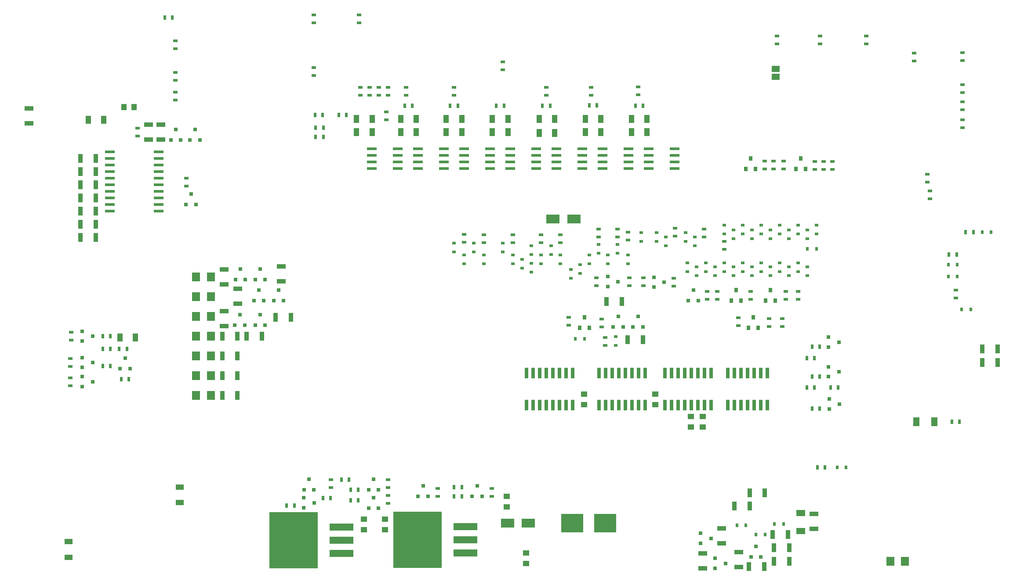
<source format=gtp>
G04 #@! TF.GenerationSoftware,KiCad,Pcbnew,(2017-02-19 revision a416f3a4e)-master*
G04 #@! TF.CreationDate,2017-04-26T11:10:12+02:00*
G04 #@! TF.ProjectId,ardumower mega shield svn,617264756D6F776572206D6567612073,1.3*
G04 #@! TF.FileFunction,Paste,Top*
G04 #@! TF.FilePolarity,Positive*
%FSLAX46Y46*%
G04 Gerber Fmt 4.6, Leading zero omitted, Abs format (unit mm)*
G04 Created by KiCad (PCBNEW (2017-02-19 revision a416f3a4e)-master) date 04/26/17 11:10:12*
%MOMM*%
%LPD*%
G01*
G04 APERTURE LIST*
%ADD10C,0.100000*%
%ADD11R,2.500000X1.800000*%
%ADD12R,1.600200X1.168400*%
%ADD13R,0.800100X0.800100*%
%ADD14R,1.250000X1.000000*%
%ADD15R,1.597660X1.800860*%
%ADD16R,4.191000X3.556000*%
%ADD17R,1.981200X0.558800*%
%ADD18R,1.699260X1.300480*%
%ADD19R,4.600000X1.390000*%
%ADD20R,9.400000X10.800000*%
%ADD21R,0.660400X2.032000*%
%ADD22R,1.300480X1.699260*%
%ADD23R,1.000000X1.250000*%
%ADD24R,1.000000X1.600000*%
%ADD25R,1.600000X1.000000*%
%ADD26R,1.950000X0.600000*%
%ADD27R,0.900000X0.500000*%
%ADD28R,0.500000X0.900000*%
%ADD29R,0.600000X0.800000*%
%ADD30R,0.800000X0.600000*%
%ADD31R,0.800000X0.900000*%
%ADD32R,0.900000X1.700000*%
%ADD33R,1.700000X0.900000*%
G04 APERTURE END LIST*
D10*
D11*
X135477000Y-73914000D03*
X131477000Y-73914000D03*
X122714000Y-132588000D03*
X126714000Y-132588000D03*
D12*
X174371000Y-46482000D03*
X174371000Y-44958000D03*
D13*
X170561000Y-137050780D03*
X171511000Y-139049760D03*
X169611000Y-139049760D03*
D14*
X126238000Y-138319000D03*
X126238000Y-140319000D03*
X99060000Y-131842000D03*
X99060000Y-133842000D03*
X94996000Y-133842000D03*
X94996000Y-131842000D03*
X122555000Y-127397000D03*
X122555000Y-129397000D03*
D15*
X196446140Y-139954000D03*
X199285860Y-139954000D03*
D16*
X135128000Y-132588000D03*
X141478000Y-132588000D03*
D17*
X101523800Y-60325000D03*
X101523800Y-61595000D03*
X101523800Y-62865000D03*
X101523800Y-64135000D03*
X96596200Y-64135000D03*
X96596200Y-62865000D03*
X96596200Y-61595000D03*
X96596200Y-60325000D03*
X110413800Y-60325000D03*
X110413800Y-61595000D03*
X110413800Y-62865000D03*
X110413800Y-64135000D03*
X105486200Y-64135000D03*
X105486200Y-62865000D03*
X105486200Y-61595000D03*
X105486200Y-60325000D03*
X119303800Y-60325000D03*
X119303800Y-61595000D03*
X119303800Y-62865000D03*
X119303800Y-64135000D03*
X114376200Y-64135000D03*
X114376200Y-62865000D03*
X114376200Y-61595000D03*
X114376200Y-60325000D03*
X123266200Y-60325000D03*
X123266200Y-61595000D03*
X123266200Y-62865000D03*
X123266200Y-64135000D03*
X128193800Y-64135000D03*
X128193800Y-62865000D03*
X128193800Y-61595000D03*
X128193800Y-60325000D03*
X137083800Y-60325000D03*
X137083800Y-61595000D03*
X137083800Y-62865000D03*
X137083800Y-64135000D03*
X132156200Y-64135000D03*
X132156200Y-62865000D03*
X132156200Y-61595000D03*
X132156200Y-60325000D03*
X141046200Y-60325000D03*
X141046200Y-61595000D03*
X141046200Y-62865000D03*
X141046200Y-64135000D03*
X145973800Y-64135000D03*
X145973800Y-62865000D03*
X145973800Y-61595000D03*
X145973800Y-60325000D03*
X149936200Y-60325000D03*
X149936200Y-61595000D03*
X149936200Y-62865000D03*
X149936200Y-64135000D03*
X154863800Y-64135000D03*
X154863800Y-62865000D03*
X154863800Y-61595000D03*
X154863800Y-60325000D03*
D13*
X184673240Y-108651000D03*
X184673240Y-110551000D03*
X186672220Y-109601000D03*
X186545220Y-103378000D03*
X184546240Y-104328000D03*
X184546240Y-102428000D03*
X184546240Y-96713000D03*
X184546240Y-98613000D03*
X186545220Y-97663000D03*
X49022000Y-100728780D03*
X49972000Y-102727760D03*
X48072000Y-102727760D03*
X40782240Y-95570000D03*
X40782240Y-97470000D03*
X42781220Y-96520000D03*
X42781220Y-101600000D03*
X40782240Y-102550000D03*
X40782240Y-100650000D03*
X40782240Y-104333000D03*
X40782240Y-106233000D03*
X42781220Y-105283000D03*
D18*
X179197000Y-130583940D03*
X179197000Y-134084060D03*
D19*
X114554000Y-135763000D03*
D20*
X105404000Y-135763000D03*
D19*
X114554000Y-133223000D03*
X114554000Y-138303000D03*
X90678000Y-138430000D03*
X90678000Y-133350000D03*
D20*
X81528000Y-135890000D03*
D19*
X90678000Y-135890000D03*
D15*
X65554860Y-104140000D03*
X62715140Y-104140000D03*
X62715140Y-107950000D03*
X65554860Y-107950000D03*
X65554860Y-96520000D03*
X62715140Y-96520000D03*
X62715140Y-85090000D03*
X65554860Y-85090000D03*
X65554860Y-100330000D03*
X62715140Y-100330000D03*
X62715140Y-88900000D03*
X65554860Y-88900000D03*
X65554860Y-92710000D03*
X62715140Y-92710000D03*
D13*
X161907220Y-135509000D03*
X159908240Y-136459000D03*
X159908240Y-134559000D03*
X162702240Y-139385000D03*
X162702240Y-141285000D03*
X164701220Y-140335000D03*
X61722000Y-69105780D03*
X62672000Y-71104760D03*
X60772000Y-71104760D03*
D21*
X165100000Y-109753400D03*
X166370000Y-109753400D03*
X167640000Y-109753400D03*
X168910000Y-109753400D03*
X170180000Y-109753400D03*
X171450000Y-109753400D03*
X172720000Y-109753400D03*
X172720000Y-103606600D03*
X171450000Y-103606600D03*
X170180000Y-103606600D03*
X168910000Y-103606600D03*
X167640000Y-103606600D03*
X166370000Y-103606600D03*
X165100000Y-103606600D03*
X161925000Y-103606600D03*
X160655000Y-103606600D03*
X159385000Y-103606600D03*
X158115000Y-103606600D03*
X156845000Y-103606600D03*
X155575000Y-103606600D03*
X154305000Y-103606600D03*
X153035000Y-103606600D03*
X153035000Y-109753400D03*
X154305000Y-109753400D03*
X155575000Y-109753400D03*
X156845000Y-109753400D03*
X158115000Y-109753400D03*
X159385000Y-109753400D03*
X160655000Y-109753400D03*
X161925000Y-109753400D03*
X135255000Y-109753400D03*
X133985000Y-109753400D03*
X132715000Y-109753400D03*
X131445000Y-109753400D03*
X130175000Y-109753400D03*
X128905000Y-109753400D03*
X127635000Y-109753400D03*
X126365000Y-109753400D03*
X126365000Y-103606600D03*
X127635000Y-103606600D03*
X128905000Y-103606600D03*
X130175000Y-103606600D03*
X131445000Y-103606600D03*
X132715000Y-103606600D03*
X133985000Y-103606600D03*
X135255000Y-103606600D03*
X149225000Y-103606600D03*
X147955000Y-103606600D03*
X146685000Y-103606600D03*
X145415000Y-103606600D03*
X144145000Y-103606600D03*
X142875000Y-103606600D03*
X141605000Y-103606600D03*
X140335000Y-103606600D03*
X140335000Y-109753400D03*
X141605000Y-109753400D03*
X142875000Y-109753400D03*
X144145000Y-109753400D03*
X145415000Y-109753400D03*
X146685000Y-109753400D03*
X147955000Y-109753400D03*
X149225000Y-109753400D03*
D14*
X160274000Y-114030000D03*
X160274000Y-112030000D03*
X137414000Y-107712000D03*
X137414000Y-109712000D03*
X151130000Y-109712000D03*
X151130000Y-107712000D03*
X157988000Y-112030000D03*
X157988000Y-114030000D03*
D22*
X201449940Y-113030000D03*
X204950060Y-113030000D03*
D23*
X48784000Y-52324000D03*
X50784000Y-52324000D03*
D13*
X75057000Y-92346780D03*
X76007000Y-94345760D03*
X74107000Y-94345760D03*
X70170000Y-94345760D03*
X72070000Y-94345760D03*
X71120000Y-92346780D03*
X78613000Y-87647780D03*
X79563000Y-89646760D03*
X77663000Y-89646760D03*
X73853000Y-89646760D03*
X75753000Y-89646760D03*
X74803000Y-87647780D03*
X75057000Y-83583780D03*
X76007000Y-85582760D03*
X74107000Y-85582760D03*
X70297000Y-85582760D03*
X72197000Y-85582760D03*
X71247000Y-83583780D03*
X143068000Y-94726760D03*
X144968000Y-94726760D03*
X144018000Y-92727780D03*
X147828000Y-92727780D03*
X148778000Y-94726760D03*
X146878000Y-94726760D03*
X57851000Y-58658760D03*
X59751000Y-58658760D03*
X58801000Y-56659780D03*
X62484000Y-56659780D03*
X63434000Y-58658760D03*
X61534000Y-58658760D03*
X95951000Y-126095760D03*
X97851000Y-126095760D03*
X96901000Y-124096780D03*
X96901000Y-127652780D03*
X97851000Y-129651760D03*
X95951000Y-129651760D03*
X83454240Y-127701000D03*
X83454240Y-129601000D03*
X85453220Y-128651000D03*
X84455000Y-124096780D03*
X85405000Y-126095760D03*
X83505000Y-126095760D03*
X115890000Y-127365760D03*
X117790000Y-127365760D03*
X116840000Y-125366780D03*
X106426000Y-125366780D03*
X107376000Y-127365760D03*
X105476000Y-127365760D03*
X152890220Y-86106000D03*
X150891240Y-87056000D03*
X150891240Y-85156000D03*
X158496000Y-87647780D03*
X159446000Y-89646760D03*
X157546000Y-89646760D03*
X144000220Y-85979000D03*
X142001240Y-86929000D03*
X142001240Y-85029000D03*
D24*
X102132000Y-57150000D03*
X105132000Y-57150000D03*
X110895000Y-57150000D03*
X113895000Y-57150000D03*
X122785000Y-57150000D03*
X119785000Y-57150000D03*
X93623000Y-57150000D03*
X96623000Y-57150000D03*
X131802000Y-57277000D03*
X128802000Y-57277000D03*
X137692000Y-57150000D03*
X140692000Y-57150000D03*
X149582000Y-57150000D03*
X146582000Y-57150000D03*
X110895000Y-54610000D03*
X113895000Y-54610000D03*
X119785000Y-54610000D03*
X122785000Y-54610000D03*
X131802000Y-54610000D03*
X128802000Y-54610000D03*
X137692000Y-54610000D03*
X140692000Y-54610000D03*
X149582000Y-54610000D03*
X146582000Y-54610000D03*
X102132000Y-54610000D03*
X105132000Y-54610000D03*
X96623000Y-54610000D03*
X93623000Y-54610000D03*
X51030000Y-96774000D03*
X48030000Y-96774000D03*
D25*
X38100000Y-136168000D03*
X38100000Y-139168000D03*
X59563000Y-125627000D03*
X59563000Y-128627000D03*
D24*
X44934000Y-54737000D03*
X41934000Y-54737000D03*
D26*
X46100000Y-72390000D03*
X46100000Y-71120000D03*
X46100000Y-69850000D03*
X46100000Y-68580000D03*
X46100000Y-67310000D03*
X46100000Y-66040000D03*
X46100000Y-64770000D03*
X46100000Y-63500000D03*
X46100000Y-62230000D03*
X46100000Y-60960000D03*
X55500000Y-60960000D03*
X55500000Y-62230000D03*
X55500000Y-63500000D03*
X55500000Y-64770000D03*
X55500000Y-66040000D03*
X55500000Y-67310000D03*
X55500000Y-68580000D03*
X55500000Y-69850000D03*
X55500000Y-71120000D03*
X55500000Y-72390000D03*
D27*
X145923000Y-76466000D03*
X145923000Y-77966000D03*
X99314000Y-54725000D03*
X99314000Y-53225000D03*
X129159000Y-76974000D03*
X129159000Y-78474000D03*
X85344000Y-44716000D03*
X85344000Y-46216000D03*
X183578500Y-62813500D03*
X183578500Y-64313500D03*
X210312000Y-43295000D03*
X210312000Y-41795000D03*
X123698000Y-78474000D03*
X123698000Y-76974000D03*
X118110000Y-76974000D03*
X118110000Y-78474000D03*
X114300000Y-76847000D03*
X114300000Y-78347000D03*
D28*
X210959000Y-76454000D03*
X212459000Y-76454000D03*
D27*
X209042000Y-89142000D03*
X209042000Y-87642000D03*
X210312000Y-49518000D03*
X210312000Y-48018000D03*
X204089000Y-69965000D03*
X204089000Y-68465000D03*
X201041000Y-41922000D03*
X201041000Y-43422000D03*
X203581000Y-66790000D03*
X203581000Y-65290000D03*
D28*
X87110000Y-53848000D03*
X85610000Y-53848000D03*
D27*
X173926500Y-62750000D03*
X173926500Y-64250000D03*
X58674000Y-49415000D03*
X58674000Y-50915000D03*
D28*
X56654000Y-35052000D03*
X58154000Y-35052000D03*
D27*
X143891000Y-75831000D03*
X143891000Y-77331000D03*
X140208000Y-77331000D03*
X140208000Y-75831000D03*
X154940000Y-77204000D03*
X154940000Y-75704000D03*
X160528000Y-75831000D03*
X160528000Y-77331000D03*
X85344000Y-36056000D03*
X85344000Y-34556000D03*
D28*
X90182000Y-53848000D03*
X91682000Y-53848000D03*
D27*
X51435000Y-57900000D03*
X51435000Y-56400000D03*
X132842000Y-78474000D03*
X132842000Y-76974000D03*
X94107000Y-34556000D03*
X94107000Y-36056000D03*
X139827000Y-86729000D03*
X139827000Y-85229000D03*
X146177000Y-85229000D03*
X146177000Y-86729000D03*
X148844000Y-86729000D03*
X148844000Y-85229000D03*
X154686000Y-86856000D03*
X154686000Y-85356000D03*
X161163000Y-87896000D03*
X161163000Y-89396000D03*
X163068000Y-89396000D03*
X163068000Y-87896000D03*
D28*
X182868000Y-110490000D03*
X181368000Y-110490000D03*
X186424000Y-106426000D03*
X184924000Y-106426000D03*
X181368000Y-104267000D03*
X182868000Y-104267000D03*
D27*
X130175000Y-48526000D03*
X130175000Y-50026000D03*
D28*
X180352000Y-106426000D03*
X181852000Y-106426000D03*
X181368000Y-98552000D03*
X182868000Y-98552000D03*
X180352000Y-100711000D03*
X181852000Y-100711000D03*
X208292000Y-113030000D03*
X209792000Y-113030000D03*
X113907000Y-127381000D03*
X112407000Y-127381000D03*
D27*
X109220000Y-125869000D03*
X109220000Y-127369000D03*
D28*
X113907000Y-125603000D03*
X112407000Y-125603000D03*
D27*
X88646000Y-125718000D03*
X88646000Y-124218000D03*
X99695000Y-124218000D03*
X99695000Y-125718000D03*
X99695000Y-128766000D03*
X99695000Y-127266000D03*
D28*
X93968000Y-128143000D03*
X92468000Y-128143000D03*
X87134000Y-127762000D03*
X88634000Y-127762000D03*
X93968000Y-126111000D03*
X92468000Y-126111000D03*
X81649000Y-129159000D03*
X80149000Y-129159000D03*
X90690000Y-124206000D03*
X92190000Y-124206000D03*
X49772000Y-104775000D03*
X48272000Y-104775000D03*
X44716000Y-102235000D03*
X46216000Y-102235000D03*
D27*
X38608000Y-95770000D03*
X38608000Y-97270000D03*
X38481000Y-100850000D03*
X38481000Y-102350000D03*
X38481000Y-104533000D03*
X38481000Y-106033000D03*
D28*
X46216000Y-96520000D03*
X44716000Y-96520000D03*
X44716000Y-98933000D03*
X46216000Y-98933000D03*
X47891000Y-98933000D03*
X49391000Y-98933000D03*
D27*
X60833000Y-66052000D03*
X60833000Y-67552000D03*
D28*
X85737000Y-58039000D03*
X87237000Y-58039000D03*
X85737000Y-56261000D03*
X87237000Y-56261000D03*
D27*
X164465000Y-79744000D03*
X164465000Y-78244000D03*
D28*
X207720500Y-80772000D03*
X209220500Y-80772000D03*
D29*
X211924000Y-91313000D03*
X210224000Y-91313000D03*
X214161000Y-76454000D03*
X215861000Y-76454000D03*
D30*
X138430000Y-82511000D03*
X138430000Y-80811000D03*
X141986000Y-82511000D03*
X141986000Y-80811000D03*
D29*
X168617000Y-132969000D03*
X166917000Y-132969000D03*
X175856000Y-132715000D03*
X174156000Y-132715000D03*
X187921000Y-121793000D03*
X186221000Y-121793000D03*
X172300000Y-134747000D03*
X170600000Y-134747000D03*
D30*
X140208000Y-78779000D03*
X140208000Y-80479000D03*
X143891000Y-78779000D03*
X143891000Y-80479000D03*
D29*
X207620500Y-85026500D03*
X209320500Y-85026500D03*
X207620500Y-82677000D03*
X209320500Y-82677000D03*
D30*
X178689000Y-84035000D03*
X178689000Y-82335000D03*
X180467000Y-84860500D03*
X180467000Y-83160500D03*
X176911000Y-84860500D03*
X176911000Y-83160500D03*
X175133000Y-84035000D03*
X175133000Y-82335000D03*
X173355000Y-84860500D03*
X173355000Y-83160500D03*
X127254000Y-84162000D03*
X127254000Y-82462000D03*
X134874000Y-85305000D03*
X134874000Y-83605000D03*
X171577000Y-84035000D03*
X171577000Y-82335000D03*
X125476000Y-83400000D03*
X125476000Y-81700000D03*
X136652000Y-82716000D03*
X136652000Y-84416000D03*
X169799000Y-84860500D03*
X169799000Y-83160500D03*
X168021000Y-84035000D03*
X168021000Y-82335000D03*
X180467000Y-77685000D03*
X180467000Y-75985000D03*
X178689000Y-76796000D03*
X178689000Y-75096000D03*
X176911000Y-75985000D03*
X176911000Y-77685000D03*
X175133000Y-76796000D03*
X175133000Y-75096000D03*
X173355000Y-75985000D03*
X173355000Y-77685000D03*
X171577000Y-75096000D03*
X171577000Y-76796000D03*
X169799000Y-75985000D03*
X169799000Y-77685000D03*
X168021000Y-75096000D03*
X168021000Y-76796000D03*
X166243000Y-75985000D03*
X166243000Y-77685000D03*
X164465000Y-75096000D03*
X164465000Y-76796000D03*
X162687000Y-83160500D03*
X162687000Y-84860500D03*
X160909000Y-82335000D03*
X160909000Y-84035000D03*
X166243000Y-83160500D03*
X166243000Y-84860500D03*
X164465000Y-82335000D03*
X164465000Y-84035000D03*
X153162000Y-77382000D03*
X153162000Y-79082000D03*
X151384000Y-76493000D03*
X151384000Y-78193000D03*
X145923000Y-80811000D03*
X145923000Y-82511000D03*
X148463000Y-76493000D03*
X148463000Y-78193000D03*
D29*
X180506000Y-79629000D03*
X182206000Y-79629000D03*
D30*
X182245000Y-75096000D03*
X182245000Y-76796000D03*
X129159000Y-80811000D03*
X129159000Y-82511000D03*
X127254000Y-80733000D03*
X127254000Y-79033000D03*
X159131000Y-83160500D03*
X159131000Y-84860500D03*
X157353000Y-82335000D03*
X157353000Y-84035000D03*
X114300000Y-80811000D03*
X114300000Y-82511000D03*
X112395000Y-78525000D03*
X112395000Y-80225000D03*
X158750000Y-77382000D03*
X158750000Y-79082000D03*
X156972000Y-78193000D03*
X156972000Y-76493000D03*
X118110000Y-82511000D03*
X118110000Y-80811000D03*
X116205000Y-80225000D03*
X116205000Y-78525000D03*
X132842000Y-80811000D03*
X132842000Y-82511000D03*
X131064000Y-79033000D03*
X131064000Y-80733000D03*
X123698000Y-80811000D03*
X123698000Y-82511000D03*
X121793000Y-78525000D03*
X121793000Y-80225000D03*
D27*
X119634000Y-127369000D03*
X119634000Y-125869000D03*
D28*
X113145000Y-52070000D03*
X111645000Y-52070000D03*
D27*
X112395000Y-50026000D03*
X112395000Y-48526000D03*
X121793000Y-45073000D03*
X121793000Y-43573000D03*
D28*
X122035000Y-52070000D03*
X120535000Y-52070000D03*
D27*
X138811000Y-50026000D03*
X138811000Y-48526000D03*
D28*
X130925000Y-52070000D03*
X129425000Y-52070000D03*
X139942000Y-51943000D03*
X138442000Y-51943000D03*
D27*
X147828000Y-48399000D03*
X147828000Y-49899000D03*
D28*
X147332000Y-52070000D03*
X148832000Y-52070000D03*
D27*
X191770000Y-38620000D03*
X191770000Y-40120000D03*
X182880000Y-40120000D03*
X182880000Y-38620000D03*
X174625000Y-38620000D03*
X174625000Y-40120000D03*
D28*
X104382000Y-52070000D03*
X102882000Y-52070000D03*
D27*
X103124000Y-50026000D03*
X103124000Y-48526000D03*
D31*
X173355000Y-87646000D03*
X174305000Y-89646000D03*
X172405000Y-89646000D03*
D27*
X176276000Y-89396000D03*
X176276000Y-87896000D03*
X178689000Y-89396000D03*
X178689000Y-87896000D03*
D31*
X166751000Y-87646000D03*
X167701000Y-89646000D03*
X165801000Y-89646000D03*
D27*
X169545000Y-87896000D03*
X169545000Y-89396000D03*
X167132000Y-92976000D03*
X167132000Y-94476000D03*
D31*
X170053000Y-92853000D03*
X171003000Y-94853000D03*
X169103000Y-94853000D03*
D27*
X173101000Y-94603000D03*
X173101000Y-93103000D03*
X175641000Y-94603000D03*
X175641000Y-93103000D03*
D32*
X176964000Y-139954000D03*
X174064000Y-139954000D03*
X176964000Y-137287000D03*
X174064000Y-137287000D03*
X217096000Y-98933000D03*
X214196000Y-98933000D03*
X217096000Y-101600000D03*
X214196000Y-101600000D03*
X40460000Y-69850000D03*
X43360000Y-69850000D03*
X40460000Y-72390000D03*
X43360000Y-72390000D03*
X40460000Y-64770000D03*
X43360000Y-64770000D03*
X40460000Y-74930000D03*
X43360000Y-74930000D03*
X43360000Y-77470000D03*
X40460000Y-77470000D03*
X43360000Y-67310000D03*
X40460000Y-67310000D03*
X43360000Y-62230000D03*
X40460000Y-62230000D03*
X70665000Y-100330000D03*
X67765000Y-100330000D03*
X148770000Y-97155000D03*
X145870000Y-97155000D03*
D33*
X68072000Y-94541000D03*
X68072000Y-91641000D03*
D32*
X67765000Y-96520000D03*
X70665000Y-96520000D03*
X72464000Y-96520000D03*
X75364000Y-96520000D03*
D33*
X70739000Y-90223000D03*
X70739000Y-87323000D03*
D32*
X141806000Y-89789000D03*
X144706000Y-89789000D03*
X80952000Y-92837000D03*
X78052000Y-92837000D03*
D33*
X68072000Y-86540000D03*
X68072000Y-83640000D03*
D32*
X67765000Y-104140000D03*
X70665000Y-104140000D03*
X70665000Y-107950000D03*
X67765000Y-107950000D03*
D33*
X53530500Y-55700000D03*
X53530500Y-58600000D03*
X79121000Y-83005000D03*
X79121000Y-85905000D03*
X55880000Y-55700000D03*
X55880000Y-58600000D03*
X163957000Y-136451000D03*
X163957000Y-133551000D03*
X160274000Y-141277000D03*
X160274000Y-138377000D03*
D32*
X173810000Y-134747000D03*
X176710000Y-134747000D03*
X169365000Y-126746000D03*
X172265000Y-126746000D03*
X169344000Y-129286000D03*
X166444000Y-129286000D03*
X169238000Y-140970000D03*
X172138000Y-140970000D03*
D33*
X167259000Y-141023000D03*
X167259000Y-138123000D03*
X181737000Y-133657000D03*
X181737000Y-130757000D03*
D31*
X179197000Y-62246000D03*
X180147000Y-64246000D03*
X178247000Y-64246000D03*
D27*
X181864000Y-62813500D03*
X181864000Y-64313500D03*
X185293000Y-64313500D03*
X185293000Y-62813500D03*
D31*
X169545000Y-62246000D03*
X170495000Y-64246000D03*
X168595000Y-64246000D03*
D27*
X172212000Y-62750000D03*
X172212000Y-64250000D03*
X175895000Y-64250000D03*
X175895000Y-62750000D03*
X99695000Y-50026000D03*
X99695000Y-48526000D03*
X97917000Y-48526000D03*
X97917000Y-50026000D03*
X96139000Y-50026000D03*
X96139000Y-48526000D03*
X94361000Y-48526000D03*
X94361000Y-50026000D03*
X58674000Y-47105000D03*
X58674000Y-45605000D03*
X58674000Y-41009000D03*
X58674000Y-39509000D03*
X210312000Y-52820000D03*
X210312000Y-51320000D03*
X210312000Y-56249000D03*
X210312000Y-54749000D03*
D28*
X183884000Y-121793000D03*
X182384000Y-121793000D03*
D33*
X30480000Y-52525000D03*
X30480000Y-55425000D03*
D30*
X143510000Y-98259000D03*
X143510000Y-96559000D03*
D31*
X137541000Y-92853000D03*
X138491000Y-94853000D03*
X136591000Y-94853000D03*
D27*
X140843000Y-93230000D03*
X140843000Y-94730000D03*
X141478000Y-96786000D03*
X141478000Y-98286000D03*
D29*
X135802000Y-97028000D03*
X137502000Y-97028000D03*
D27*
X134493000Y-94349000D03*
X134493000Y-92849000D03*
M02*

</source>
